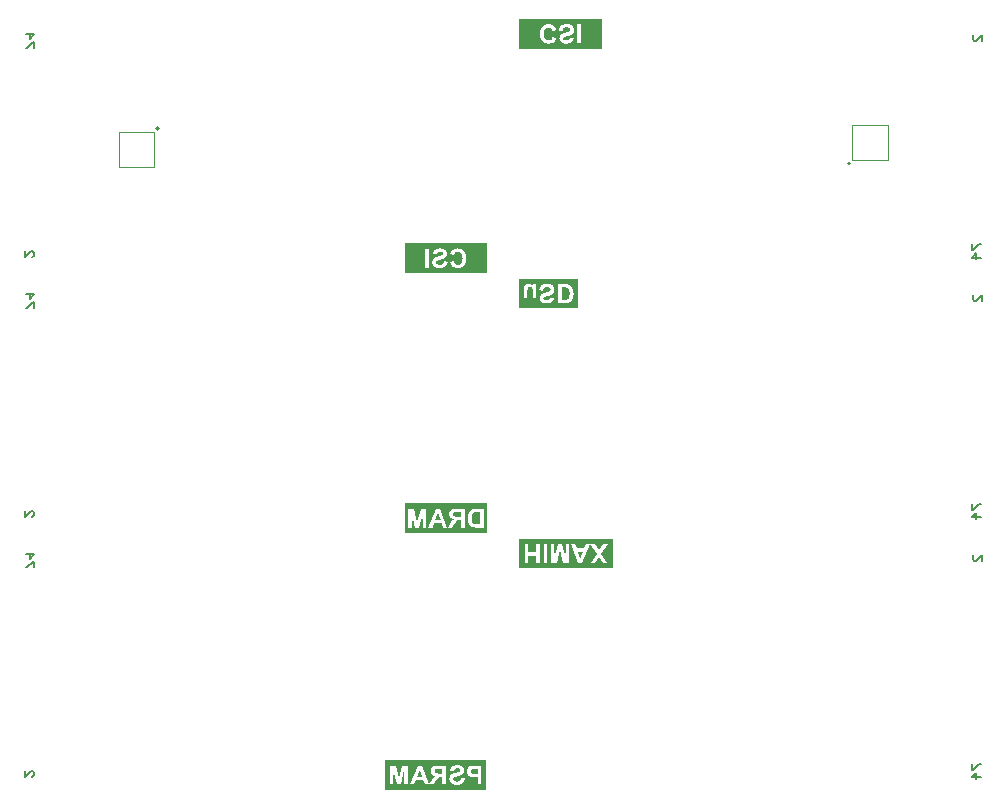
<source format=gbo>
G04*
G04 #@! TF.GenerationSoftware,Altium Limited,Altium Designer,21.1.1 (26)*
G04*
G04 Layer_Color=32896*
%FSLAX44Y44*%
%MOMM*%
G71*
G04*
G04 #@! TF.SameCoordinates,63B2E272-0427-4AAB-BE5C-BBC369205028*
G04*
G04*
G04 #@! TF.FilePolarity,Positive*
G04*
G01*
G75*
%ADD14C,0.2000*%
%ADD27C,0.1500*%
%ADD52C,0.1000*%
G36*
X512000Y732500D02*
X442000D01*
Y757500D01*
X512000D01*
Y732500D01*
D02*
G37*
G36*
X415000Y542500D02*
X345000D01*
Y567500D01*
X415000D01*
Y542500D01*
D02*
G37*
G36*
X492000Y512500D02*
X442000D01*
Y537500D01*
X492000D01*
Y512500D01*
D02*
G37*
G36*
X415000Y322500D02*
X345000D01*
Y347500D01*
X415000D01*
Y322500D01*
D02*
G37*
G36*
X521793Y292500D02*
X441793D01*
Y317500D01*
X521793D01*
Y292500D01*
D02*
G37*
G36*
X413759Y105000D02*
X328759D01*
Y130000D01*
X413759D01*
Y105000D01*
D02*
G37*
%LPC*%
G36*
X466876Y753284D02*
X466738D01*
X466576Y753261D01*
X466344Y753238D01*
X466090Y753214D01*
X465766Y753168D01*
X465419Y753099D01*
X465025Y753006D01*
X464632Y752890D01*
X464216Y752752D01*
X463776Y752567D01*
X463336Y752358D01*
X462896Y752127D01*
X462457Y751826D01*
X462040Y751502D01*
X461647Y751109D01*
X461624Y751086D01*
X461554Y751016D01*
X461462Y750877D01*
X461323Y750715D01*
X461184Y750484D01*
X460999Y750229D01*
X460814Y749906D01*
X460629Y749535D01*
X460444Y749142D01*
X460259Y748702D01*
X460074Y748193D01*
X459935Y747661D01*
X459796Y747106D01*
X459703Y746481D01*
X459634Y745833D01*
X459611Y745139D01*
Y744954D01*
X459634Y744745D01*
Y744468D01*
X459680Y744144D01*
X459726Y743751D01*
X459773Y743334D01*
X459865Y742848D01*
X459981Y742362D01*
X460120Y741853D01*
X460282Y741344D01*
X460490Y740812D01*
X460721Y740303D01*
X460999Y739817D01*
X461300Y739354D01*
X461670Y738914D01*
X461693Y738891D01*
X461763Y738822D01*
X461878Y738706D01*
X462040Y738567D01*
X462249Y738405D01*
X462503Y738220D01*
X462781Y738012D01*
X463128Y737804D01*
X463498Y737595D01*
X463891Y737387D01*
X464354Y737202D01*
X464817Y737040D01*
X465349Y736901D01*
X465882Y736786D01*
X466483Y736716D01*
X467085Y736693D01*
X467362D01*
X467571Y736716D01*
X467825Y736739D01*
X468103Y736786D01*
X468427Y736832D01*
X468774Y736901D01*
X469144Y736994D01*
X469538Y737110D01*
X469931Y737248D01*
X470347Y737433D01*
X470741Y737618D01*
X471111Y737850D01*
X471504Y738128D01*
X471852Y738428D01*
X471875D01*
X471898Y738475D01*
X471967Y738544D01*
X472037Y738614D01*
X472129Y738729D01*
X472222Y738868D01*
X472476Y739192D01*
X472731Y739609D01*
X473008Y740118D01*
X473263Y740696D01*
X473494Y741367D01*
X470301Y742131D01*
Y742108D01*
X470278Y742084D01*
Y742015D01*
X470232Y741923D01*
X470162Y741714D01*
X470047Y741436D01*
X469885Y741113D01*
X469676Y740789D01*
X469399Y740465D01*
X469098Y740187D01*
X469052Y740164D01*
X468936Y740071D01*
X468751Y739956D01*
X468496Y739817D01*
X468172Y739678D01*
X467802Y739562D01*
X467386Y739470D01*
X466923Y739447D01*
X466761D01*
X466622Y739470D01*
X466483Y739493D01*
X466298Y739516D01*
X465905Y739609D01*
X465442Y739771D01*
X464956Y740002D01*
X464701Y740141D01*
X464470Y740303D01*
X464239Y740511D01*
X464030Y740742D01*
Y740766D01*
X463984Y740812D01*
X463938Y740881D01*
X463868Y740997D01*
X463776Y741136D01*
X463683Y741298D01*
X463591Y741506D01*
X463498Y741737D01*
X463382Y742015D01*
X463290Y742316D01*
X463197Y742663D01*
X463105Y743033D01*
X463035Y743450D01*
X462989Y743889D01*
X462966Y744375D01*
X462943Y744908D01*
Y744931D01*
Y745046D01*
Y745208D01*
X462966Y745393D01*
Y745648D01*
X463012Y745949D01*
X463035Y746249D01*
X463082Y746597D01*
X463220Y747314D01*
X463406Y748031D01*
X463521Y748378D01*
X463683Y748702D01*
X463845Y749003D01*
X464030Y749258D01*
X464053Y749281D01*
X464077Y749304D01*
X464146Y749373D01*
X464239Y749466D01*
X464470Y749651D01*
X464794Y749882D01*
X465187Y750137D01*
X465673Y750322D01*
X466229Y750484D01*
X466529Y750507D01*
X466853Y750530D01*
X466969D01*
X467062Y750507D01*
X467316Y750484D01*
X467617Y750438D01*
X467941Y750322D01*
X468311Y750183D01*
X468681Y749998D01*
X469052Y749720D01*
X469098Y749674D01*
X469214Y749558D01*
X469376Y749373D01*
X469561Y749096D01*
X469792Y748726D01*
X470000Y748286D01*
X470209Y747754D01*
X470394Y747129D01*
X473541Y748101D01*
Y748124D01*
X473517Y748216D01*
X473471Y748355D01*
X473402Y748540D01*
X473309Y748749D01*
X473217Y749003D01*
X473101Y749281D01*
X472962Y749582D01*
X472638Y750206D01*
X472222Y750854D01*
X471713Y751479D01*
X471435Y751757D01*
X471134Y752011D01*
X471111Y752034D01*
X471065Y752057D01*
X470972Y752127D01*
X470833Y752219D01*
X470671Y752312D01*
X470463Y752405D01*
X470232Y752520D01*
X469977Y752636D01*
X469676Y752775D01*
X469352Y752890D01*
X469005Y752983D01*
X468635Y753076D01*
X468242Y753168D01*
X467802Y753238D01*
X467362Y753261D01*
X466876Y753284D01*
D02*
G37*
G36*
X494389Y753006D02*
X491150D01*
Y736994D01*
X494389D01*
Y753006D01*
D02*
G37*
G36*
X482079Y753307D02*
X481778D01*
X481570Y753284D01*
X481315Y753261D01*
X481038Y753238D01*
X480714Y753191D01*
X480367Y753122D01*
X479603Y752960D01*
X479210Y752844D01*
X478840Y752729D01*
X478446Y752567D01*
X478076Y752382D01*
X477729Y752173D01*
X477405Y751919D01*
X477382Y751896D01*
X477336Y751849D01*
X477243Y751780D01*
X477150Y751664D01*
X477012Y751502D01*
X476873Y751317D01*
X476711Y751109D01*
X476549Y750877D01*
X476387Y750600D01*
X476225Y750299D01*
X476063Y749952D01*
X475901Y749582D01*
X475785Y749188D01*
X475646Y748749D01*
X475554Y748286D01*
X475484Y747800D01*
X478631Y747499D01*
Y747522D01*
X478655Y747569D01*
Y747661D01*
X478678Y747754D01*
X478770Y748031D01*
X478886Y748378D01*
X479025Y748772D01*
X479233Y749165D01*
X479464Y749512D01*
X479765Y749836D01*
X479811Y749859D01*
X479927Y749952D01*
X480112Y750068D01*
X480390Y750206D01*
X480737Y750345D01*
X481130Y750461D01*
X481593Y750554D01*
X482125Y750577D01*
X482380D01*
X482658Y750530D01*
X483005Y750484D01*
X483375Y750415D01*
X483768Y750299D01*
X484138Y750137D01*
X484463Y749929D01*
X484509Y749906D01*
X484601Y749813D01*
X484717Y749674D01*
X484879Y749489D01*
X485018Y749258D01*
X485157Y748980D01*
X485249Y748702D01*
X485272Y748378D01*
Y748355D01*
Y748286D01*
X485249Y748170D01*
X485226Y748031D01*
X485180Y747892D01*
X485134Y747730D01*
X485041Y747569D01*
X484925Y747406D01*
X484902Y747383D01*
X484856Y747337D01*
X484786Y747268D01*
X484671Y747175D01*
X484509Y747059D01*
X484300Y746944D01*
X484069Y746828D01*
X483768Y746712D01*
X483745D01*
X483653Y746666D01*
X483491Y746620D01*
X483375Y746573D01*
X483236Y746550D01*
X483074Y746504D01*
X482889Y746435D01*
X482681Y746388D01*
X482449Y746319D01*
X482172Y746249D01*
X481871Y746180D01*
X481547Y746088D01*
X481177Y745995D01*
X481153D01*
X481061Y745972D01*
X480922Y745926D01*
X480760Y745879D01*
X480552Y745810D01*
X480297Y745741D01*
X480043Y745648D01*
X479742Y745555D01*
X479140Y745324D01*
X478562Y745046D01*
X478261Y744908D01*
X478007Y744745D01*
X477752Y744584D01*
X477544Y744421D01*
X477521Y744398D01*
X477474Y744352D01*
X477405Y744283D01*
X477312Y744190D01*
X477197Y744051D01*
X477081Y743889D01*
X476942Y743727D01*
X476827Y743519D01*
X476549Y743033D01*
X476317Y742478D01*
X476225Y742177D01*
X476155Y741876D01*
X476109Y741529D01*
X476086Y741182D01*
Y741159D01*
Y741136D01*
Y741066D01*
Y740974D01*
X476132Y740742D01*
X476179Y740442D01*
X476248Y740095D01*
X476364Y739701D01*
X476526Y739285D01*
X476757Y738891D01*
Y738868D01*
X476780Y738845D01*
X476896Y738706D01*
X477035Y738521D01*
X477266Y738290D01*
X477544Y738035D01*
X477891Y737757D01*
X478284Y737503D01*
X478747Y737271D01*
X478770D01*
X478816Y737248D01*
X478886Y737225D01*
X478978Y737179D01*
X479117Y737133D01*
X479256Y737086D01*
X479441Y737040D01*
X479650Y736971D01*
X480112Y736878D01*
X480644Y736786D01*
X481246Y736716D01*
X481917Y736693D01*
X482195D01*
X482403Y736716D01*
X482658Y736739D01*
X482958Y736762D01*
X483259Y736809D01*
X483606Y736855D01*
X484347Y737017D01*
X484717Y737133D01*
X485087Y737248D01*
X485457Y737410D01*
X485804Y737595D01*
X486129Y737804D01*
X486429Y738035D01*
X486452Y738058D01*
X486499Y738104D01*
X486568Y738174D01*
X486661Y738266D01*
X486776Y738405D01*
X486915Y738567D01*
X487054Y738752D01*
X487216Y738961D01*
X487355Y739215D01*
X487494Y739470D01*
X487633Y739771D01*
X487748Y740095D01*
X487864Y740418D01*
X487957Y740789D01*
X488026Y741159D01*
X488049Y741575D01*
X484809Y741691D01*
Y741668D01*
Y741645D01*
X484763Y741483D01*
X484717Y741275D01*
X484624Y741020D01*
X484509Y740719D01*
X484347Y740442D01*
X484138Y740164D01*
X483907Y739932D01*
X483884Y739909D01*
X483791Y739840D01*
X483629Y739747D01*
X483398Y739655D01*
X483120Y739562D01*
X482773Y739470D01*
X482357Y739400D01*
X481871Y739377D01*
X481639D01*
X481385Y739400D01*
X481084Y739447D01*
X480737Y739516D01*
X480367Y739632D01*
X480020Y739771D01*
X479696Y739979D01*
X479673Y740002D01*
X479626Y740048D01*
X479534Y740118D01*
X479441Y740233D01*
X479349Y740372D01*
X479256Y740557D01*
X479210Y740742D01*
X479187Y740974D01*
Y740997D01*
Y741066D01*
X479210Y741182D01*
X479256Y741298D01*
X479302Y741460D01*
X479372Y741622D01*
X479487Y741784D01*
X479650Y741946D01*
X479673Y741969D01*
X479788Y742038D01*
X479858Y742084D01*
X479973Y742131D01*
X480089Y742200D01*
X480251Y742270D01*
X480436Y742339D01*
X480644Y742431D01*
X480899Y742524D01*
X481153Y742617D01*
X481478Y742709D01*
X481825Y742802D01*
X482195Y742894D01*
X482611Y743010D01*
X482634D01*
X482727Y743033D01*
X482843Y743056D01*
X483005Y743103D01*
X483190Y743149D01*
X483421Y743218D01*
X483676Y743288D01*
X483930Y743357D01*
X484486Y743542D01*
X485064Y743727D01*
X485619Y743936D01*
X485851Y744051D01*
X486082Y744167D01*
X486105D01*
X486129Y744190D01*
X486267Y744283D01*
X486476Y744421D01*
X486730Y744607D01*
X487008Y744838D01*
X487309Y745116D01*
X487609Y745440D01*
X487864Y745810D01*
X487887Y745856D01*
X487957Y745995D01*
X488072Y746203D01*
X488188Y746504D01*
X488304Y746874D01*
X488419Y747314D01*
X488489Y747800D01*
X488512Y748355D01*
Y748587D01*
X488489Y748702D01*
X488466Y748864D01*
X488419Y749188D01*
X488327Y749605D01*
X488188Y750044D01*
X487980Y750484D01*
X487725Y750947D01*
Y750970D01*
X487679Y750993D01*
X487586Y751132D01*
X487401Y751363D01*
X487170Y751618D01*
X486869Y751919D01*
X486476Y752196D01*
X486059Y752474D01*
X485550Y752729D01*
X485527D01*
X485481Y752752D01*
X485411Y752775D01*
X485295Y752821D01*
X485157Y752867D01*
X484995Y752914D01*
X484809Y752960D01*
X484601Y753006D01*
X484347Y753076D01*
X484092Y753122D01*
X483491Y753214D01*
X482820Y753284D01*
X482079Y753307D01*
D02*
G37*
G36*
X389915Y563307D02*
X389637D01*
X389429Y563284D01*
X389175Y563261D01*
X388897Y563214D01*
X388573Y563168D01*
X388226Y563099D01*
X387856Y563006D01*
X387462Y562891D01*
X387069Y562752D01*
X386653Y562567D01*
X386259Y562382D01*
X385889Y562150D01*
X385496Y561872D01*
X385149Y561572D01*
X385125D01*
X385102Y561525D01*
X385033Y561456D01*
X384963Y561386D01*
X384871Y561271D01*
X384778Y561132D01*
X384524Y560808D01*
X384269Y560392D01*
X383992Y559882D01*
X383737Y559304D01*
X383506Y558633D01*
X386699Y557869D01*
Y557892D01*
X386722Y557915D01*
Y557985D01*
X386768Y558078D01*
X386838Y558286D01*
X386953Y558563D01*
X387115Y558887D01*
X387324Y559211D01*
X387601Y559535D01*
X387902Y559813D01*
X387948Y559836D01*
X388064Y559929D01*
X388249Y560044D01*
X388504Y560183D01*
X388828Y560322D01*
X389198Y560438D01*
X389614Y560530D01*
X390077Y560553D01*
X390239D01*
X390378Y560530D01*
X390517Y560507D01*
X390702Y560484D01*
X391095Y560392D01*
X391558Y560229D01*
X392044Y559998D01*
X392299Y559859D01*
X392530Y559697D01*
X392761Y559489D01*
X392970Y559258D01*
Y559235D01*
X393016Y559188D01*
X393062Y559119D01*
X393132Y559003D01*
X393224Y558864D01*
X393317Y558702D01*
X393409Y558494D01*
X393502Y558263D01*
X393618Y557985D01*
X393710Y557684D01*
X393803Y557337D01*
X393895Y556967D01*
X393965Y556550D01*
X394011Y556111D01*
X394034Y555625D01*
X394057Y555093D01*
Y555069D01*
Y554954D01*
Y554792D01*
X394034Y554607D01*
Y554352D01*
X393988Y554051D01*
X393965Y553750D01*
X393918Y553403D01*
X393779Y552686D01*
X393594Y551969D01*
X393479Y551622D01*
X393317Y551298D01*
X393155Y550997D01*
X392970Y550742D01*
X392947Y550719D01*
X392923Y550696D01*
X392854Y550627D01*
X392761Y550534D01*
X392530Y550349D01*
X392206Y550118D01*
X391813Y549863D01*
X391327Y549678D01*
X390771Y549516D01*
X390471Y549493D01*
X390147Y549470D01*
X390031D01*
X389938Y549493D01*
X389684Y549516D01*
X389383Y549562D01*
X389059Y549678D01*
X388689Y549817D01*
X388319Y550002D01*
X387948Y550280D01*
X387902Y550326D01*
X387786Y550442D01*
X387624Y550627D01*
X387439Y550904D01*
X387208Y551274D01*
X387000Y551714D01*
X386791Y552246D01*
X386606Y552871D01*
X383459Y551899D01*
Y551876D01*
X383483Y551784D01*
X383529Y551645D01*
X383598Y551460D01*
X383691Y551251D01*
X383783Y550997D01*
X383899Y550719D01*
X384038Y550418D01*
X384362Y549794D01*
X384778Y549146D01*
X385287Y548521D01*
X385565Y548243D01*
X385866Y547989D01*
X385889Y547966D01*
X385935Y547943D01*
X386028Y547873D01*
X386167Y547780D01*
X386329Y547688D01*
X386537Y547595D01*
X386768Y547480D01*
X387023Y547364D01*
X387324Y547225D01*
X387648Y547109D01*
X387995Y547017D01*
X388365Y546924D01*
X388758Y546832D01*
X389198Y546762D01*
X389637Y546739D01*
X390123Y546716D01*
X390262D01*
X390424Y546739D01*
X390656Y546762D01*
X390910Y546786D01*
X391234Y546832D01*
X391581Y546901D01*
X391975Y546994D01*
X392368Y547109D01*
X392785Y547248D01*
X393224Y547433D01*
X393664Y547642D01*
X394104Y547873D01*
X394543Y548174D01*
X394960Y548498D01*
X395353Y548891D01*
X395376Y548914D01*
X395446Y548984D01*
X395538Y549123D01*
X395677Y549285D01*
X395816Y549516D01*
X396001Y549771D01*
X396186Y550094D01*
X396371Y550465D01*
X396556Y550858D01*
X396741Y551298D01*
X396926Y551807D01*
X397065Y552339D01*
X397204Y552894D01*
X397297Y553519D01*
X397366Y554167D01*
X397389Y554861D01*
Y555046D01*
X397366Y555255D01*
Y555532D01*
X397320Y555856D01*
X397274Y556250D01*
X397227Y556666D01*
X397135Y557152D01*
X397019Y557638D01*
X396880Y558147D01*
X396718Y558656D01*
X396510Y559188D01*
X396279Y559697D01*
X396001Y560183D01*
X395700Y560646D01*
X395330Y561086D01*
X395307Y561109D01*
X395237Y561178D01*
X395122Y561294D01*
X394960Y561433D01*
X394751Y561595D01*
X394497Y561780D01*
X394219Y561988D01*
X393872Y562196D01*
X393502Y562405D01*
X393108Y562613D01*
X392646Y562798D01*
X392183Y562960D01*
X391651Y563099D01*
X391119Y563214D01*
X390517Y563284D01*
X389915Y563307D01*
D02*
G37*
G36*
X365850Y563006D02*
X362611D01*
Y546994D01*
X365850D01*
Y563006D01*
D02*
G37*
G36*
X375083Y563307D02*
X374805D01*
X374597Y563284D01*
X374342Y563261D01*
X374042Y563238D01*
X373741Y563191D01*
X373394Y563145D01*
X372653Y562983D01*
X372283Y562867D01*
X371913Y562752D01*
X371543Y562590D01*
X371195Y562405D01*
X370872Y562196D01*
X370571Y561965D01*
X370547Y561942D01*
X370501Y561895D01*
X370432Y561826D01*
X370339Y561734D01*
X370224Y561595D01*
X370085Y561433D01*
X369946Y561248D01*
X369784Y561039D01*
X369645Y560785D01*
X369506Y560530D01*
X369367Y560229D01*
X369252Y559906D01*
X369136Y559582D01*
X369044Y559211D01*
X368974Y558841D01*
X368951Y558425D01*
X372190Y558309D01*
Y558332D01*
Y558355D01*
X372237Y558517D01*
X372283Y558725D01*
X372376Y558980D01*
X372491Y559281D01*
X372653Y559558D01*
X372862Y559836D01*
X373093Y560067D01*
X373116Y560091D01*
X373209Y560160D01*
X373371Y560253D01*
X373602Y560345D01*
X373880Y560438D01*
X374227Y560530D01*
X374643Y560600D01*
X375129Y560623D01*
X375360D01*
X375615Y560600D01*
X375916Y560553D01*
X376263Y560484D01*
X376633Y560368D01*
X376980Y560229D01*
X377304Y560021D01*
X377327Y559998D01*
X377374Y559952D01*
X377466Y559882D01*
X377559Y559767D01*
X377651Y559628D01*
X377744Y559443D01*
X377790Y559258D01*
X377813Y559026D01*
Y559003D01*
Y558934D01*
X377790Y558818D01*
X377744Y558702D01*
X377698Y558540D01*
X377628Y558378D01*
X377513Y558216D01*
X377351Y558054D01*
X377327Y558031D01*
X377212Y557962D01*
X377142Y557915D01*
X377027Y557869D01*
X376911Y557800D01*
X376749Y557730D01*
X376564Y557661D01*
X376356Y557569D01*
X376101Y557476D01*
X375846Y557383D01*
X375522Y557291D01*
X375175Y557198D01*
X374805Y557106D01*
X374389Y556990D01*
X374366D01*
X374273Y556967D01*
X374157Y556944D01*
X373995Y556897D01*
X373810Y556851D01*
X373579Y556782D01*
X373324Y556712D01*
X373070Y556643D01*
X372514Y556458D01*
X371936Y556273D01*
X371381Y556064D01*
X371149Y555949D01*
X370918Y555833D01*
X370895D01*
X370872Y555810D01*
X370733Y555717D01*
X370524Y555578D01*
X370270Y555393D01*
X369992Y555162D01*
X369691Y554884D01*
X369391Y554560D01*
X369136Y554190D01*
X369113Y554144D01*
X369044Y554005D01*
X368928Y553797D01*
X368812Y553496D01*
X368696Y553126D01*
X368581Y552686D01*
X368511Y552200D01*
X368488Y551645D01*
Y551413D01*
X368511Y551298D01*
X368534Y551136D01*
X368581Y550812D01*
X368673Y550395D01*
X368812Y549956D01*
X369020Y549516D01*
X369275Y549053D01*
Y549030D01*
X369321Y549007D01*
X369414Y548868D01*
X369599Y548637D01*
X369830Y548382D01*
X370131Y548081D01*
X370524Y547804D01*
X370941Y547526D01*
X371450Y547271D01*
X371473D01*
X371519Y547248D01*
X371589Y547225D01*
X371704Y547179D01*
X371843Y547133D01*
X372005Y547086D01*
X372190Y547040D01*
X372399Y546994D01*
X372653Y546924D01*
X372908Y546878D01*
X373509Y546786D01*
X374180Y546716D01*
X374921Y546693D01*
X375222D01*
X375430Y546716D01*
X375685Y546739D01*
X375962Y546762D01*
X376286Y546809D01*
X376633Y546878D01*
X377397Y547040D01*
X377790Y547156D01*
X378160Y547271D01*
X378554Y547433D01*
X378924Y547618D01*
X379271Y547827D01*
X379595Y548081D01*
X379618Y548104D01*
X379664Y548151D01*
X379757Y548220D01*
X379850Y548336D01*
X379988Y548498D01*
X380127Y548683D01*
X380289Y548891D01*
X380451Y549123D01*
X380613Y549400D01*
X380775Y549701D01*
X380937Y550048D01*
X381099Y550418D01*
X381215Y550812D01*
X381354Y551251D01*
X381446Y551714D01*
X381516Y552200D01*
X378369Y552501D01*
Y552478D01*
X378345Y552431D01*
Y552339D01*
X378322Y552246D01*
X378230Y551969D01*
X378114Y551622D01*
X377975Y551228D01*
X377767Y550835D01*
X377536Y550488D01*
X377235Y550164D01*
X377189Y550141D01*
X377073Y550048D01*
X376888Y549933D01*
X376610Y549794D01*
X376263Y549655D01*
X375870Y549539D01*
X375407Y549446D01*
X374875Y549423D01*
X374620D01*
X374342Y549470D01*
X373995Y549516D01*
X373625Y549585D01*
X373232Y549701D01*
X372862Y549863D01*
X372537Y550071D01*
X372491Y550094D01*
X372399Y550187D01*
X372283Y550326D01*
X372121Y550511D01*
X371982Y550742D01*
X371843Y551020D01*
X371751Y551298D01*
X371728Y551622D01*
Y551645D01*
Y551714D01*
X371751Y551830D01*
X371774Y551969D01*
X371820Y552108D01*
X371866Y552270D01*
X371959Y552431D01*
X372075Y552593D01*
X372098Y552617D01*
X372144Y552663D01*
X372214Y552732D01*
X372329Y552825D01*
X372491Y552941D01*
X372700Y553056D01*
X372931Y553172D01*
X373232Y553288D01*
X373255D01*
X373347Y553334D01*
X373509Y553380D01*
X373625Y553427D01*
X373764Y553450D01*
X373926Y553496D01*
X374111Y553565D01*
X374319Y553612D01*
X374551Y553681D01*
X374828Y553750D01*
X375129Y553820D01*
X375453Y553912D01*
X375823Y554005D01*
X375846D01*
X375939Y554028D01*
X376078Y554074D01*
X376240Y554121D01*
X376448Y554190D01*
X376703Y554259D01*
X376957Y554352D01*
X377258Y554445D01*
X377860Y554676D01*
X378438Y554954D01*
X378739Y555093D01*
X378993Y555255D01*
X379248Y555416D01*
X379456Y555578D01*
X379479Y555602D01*
X379526Y555648D01*
X379595Y555717D01*
X379688Y555810D01*
X379803Y555949D01*
X379919Y556111D01*
X380058Y556273D01*
X380173Y556481D01*
X380451Y556967D01*
X380683Y557522D01*
X380775Y557823D01*
X380845Y558124D01*
X380891Y558471D01*
X380914Y558818D01*
Y558841D01*
Y558864D01*
Y558934D01*
Y559026D01*
X380868Y559258D01*
X380821Y559558D01*
X380752Y559906D01*
X380636Y560299D01*
X380474Y560715D01*
X380243Y561109D01*
Y561132D01*
X380220Y561155D01*
X380104Y561294D01*
X379965Y561479D01*
X379734Y561710D01*
X379456Y561965D01*
X379109Y562243D01*
X378716Y562497D01*
X378253Y562729D01*
X378230D01*
X378184Y562752D01*
X378114Y562775D01*
X378022Y562821D01*
X377883Y562867D01*
X377744Y562914D01*
X377559Y562960D01*
X377351Y563029D01*
X376888Y563122D01*
X376356Y563214D01*
X375754Y563284D01*
X375083Y563307D01*
D02*
G37*
G36*
X449819Y533261D02*
X449611D01*
X449403Y533238D01*
X449125Y533191D01*
X448778Y533145D01*
X448431Y533052D01*
X448060Y532914D01*
X447713Y532752D01*
X447667Y532729D01*
X447575Y532659D01*
X447389Y532543D01*
X447204Y532382D01*
X446973Y532173D01*
X446765Y531942D01*
X446556Y531641D01*
X446371Y531317D01*
X446348Y531271D01*
X446302Y531155D01*
X446232Y530947D01*
X446163Y530646D01*
X446093Y530276D01*
X446024Y529836D01*
X445978Y529327D01*
X445955Y528749D01*
Y521390D01*
X449032D01*
Y526735D01*
Y526759D01*
Y526851D01*
Y526967D01*
Y527129D01*
Y527314D01*
Y527522D01*
X449055Y528008D01*
X449078Y528540D01*
X449102Y529026D01*
X449125Y529235D01*
X449148Y529443D01*
X449171Y529605D01*
X449194Y529720D01*
Y529744D01*
X449217Y529813D01*
X449264Y529906D01*
X449333Y530044D01*
X449403Y530183D01*
X449518Y530322D01*
X449634Y530461D01*
X449796Y530600D01*
X449819Y530623D01*
X449888Y530646D01*
X449981Y530692D01*
X450120Y530739D01*
X450282Y530808D01*
X450490Y530854D01*
X450698Y530877D01*
X450953Y530901D01*
X451092D01*
X451231Y530877D01*
X451416Y530854D01*
X451647Y530808D01*
X451878Y530715D01*
X452133Y530623D01*
X452364Y530484D01*
X452388Y530461D01*
X452457Y530415D01*
X452573Y530322D01*
X452711Y530183D01*
X452850Y530021D01*
X452989Y529859D01*
X453128Y529651D01*
X453220Y529420D01*
Y529397D01*
X453267Y529281D01*
Y529188D01*
X453290Y529073D01*
X453313Y528957D01*
X453336Y528795D01*
X453359Y528587D01*
X453382Y528378D01*
X453406Y528124D01*
Y527823D01*
X453429Y527499D01*
X453452Y527129D01*
Y526735D01*
Y526296D01*
Y521390D01*
X456529D01*
Y533006D01*
X453683D01*
Y531271D01*
X453660Y531317D01*
X453568Y531433D01*
X453429Y531595D01*
X453220Y531803D01*
X452989Y532057D01*
X452688Y532289D01*
X452364Y532543D01*
X451994Y532752D01*
X451948Y532775D01*
X451809Y532821D01*
X451601Y532914D01*
X451323Y533006D01*
X450999Y533099D01*
X450629Y533191D01*
X450235Y533238D01*
X449819Y533261D01*
D02*
G37*
G36*
X480710Y533006D02*
X474648D01*
Y516994D01*
X481034D01*
X481219Y517017D01*
X481659Y517040D01*
X482145Y517063D01*
X482654Y517133D01*
X483140Y517202D01*
X483579Y517318D01*
X483602D01*
X483649Y517341D01*
X483718Y517364D01*
X483811Y517387D01*
X484088Y517503D01*
X484412Y517665D01*
X484783Y517873D01*
X485199Y518128D01*
X485592Y518428D01*
X485986Y518799D01*
X486009D01*
X486032Y518845D01*
X486148Y518984D01*
X486333Y519215D01*
X486541Y519516D01*
X486796Y519886D01*
X487050Y520326D01*
X487305Y520835D01*
X487513Y521390D01*
Y521413D01*
X487536Y521460D01*
X487559Y521552D01*
X487606Y521668D01*
X487629Y521807D01*
X487675Y521992D01*
X487721Y522200D01*
X487791Y522431D01*
X487837Y522686D01*
X487883Y522987D01*
X487930Y523288D01*
X487953Y523635D01*
X488022Y524352D01*
X488045Y525162D01*
Y525486D01*
X488022Y525671D01*
Y525856D01*
X487999Y526088D01*
X487976Y526342D01*
X487930Y526874D01*
X487837Y527430D01*
X487698Y528008D01*
X487536Y528563D01*
Y528587D01*
X487513Y528633D01*
X487467Y528726D01*
X487421Y528864D01*
X487374Y529003D01*
X487282Y529165D01*
X487097Y529582D01*
X486865Y530021D01*
X486564Y530507D01*
X486217Y530970D01*
X485824Y531410D01*
X485778Y531456D01*
X485662Y531549D01*
X485477Y531687D01*
X485222Y531872D01*
X484898Y532081D01*
X484528Y532289D01*
X484065Y532497D01*
X483556Y532682D01*
X483533D01*
X483510Y532705D01*
X483441D01*
X483371Y532729D01*
X483117Y532775D01*
X482793Y532844D01*
X482399Y532914D01*
X481913Y532960D01*
X481335Y532983D01*
X480710Y533006D01*
D02*
G37*
G36*
X465461Y533307D02*
X465160D01*
X464952Y533284D01*
X464698Y533261D01*
X464420Y533238D01*
X464096Y533191D01*
X463749Y533122D01*
X462985Y532960D01*
X462592Y532844D01*
X462222Y532729D01*
X461828Y532567D01*
X461458Y532382D01*
X461111Y532173D01*
X460787Y531919D01*
X460764Y531896D01*
X460718Y531849D01*
X460625Y531780D01*
X460532Y531664D01*
X460394Y531502D01*
X460255Y531317D01*
X460093Y531109D01*
X459931Y530877D01*
X459769Y530600D01*
X459607Y530299D01*
X459445Y529952D01*
X459283Y529582D01*
X459167Y529188D01*
X459029Y528749D01*
X458936Y528286D01*
X458867Y527800D01*
X462014Y527499D01*
Y527522D01*
X462037Y527569D01*
Y527661D01*
X462060Y527754D01*
X462152Y528031D01*
X462268Y528378D01*
X462407Y528772D01*
X462615Y529165D01*
X462846Y529512D01*
X463147Y529836D01*
X463194Y529859D01*
X463309Y529952D01*
X463494Y530067D01*
X463772Y530206D01*
X464119Y530345D01*
X464512Y530461D01*
X464975Y530554D01*
X465508Y530577D01*
X465762D01*
X466040Y530530D01*
X466387Y530484D01*
X466757Y530415D01*
X467150Y530299D01*
X467521Y530137D01*
X467845Y529929D01*
X467891Y529906D01*
X467983Y529813D01*
X468099Y529674D01*
X468261Y529489D01*
X468400Y529258D01*
X468539Y528980D01*
X468631Y528702D01*
X468655Y528378D01*
Y528355D01*
Y528286D01*
X468631Y528170D01*
X468608Y528031D01*
X468562Y527892D01*
X468516Y527730D01*
X468423Y527569D01*
X468307Y527407D01*
X468284Y527383D01*
X468238Y527337D01*
X468168Y527268D01*
X468053Y527175D01*
X467891Y527059D01*
X467683Y526944D01*
X467451Y526828D01*
X467150Y526712D01*
X467127D01*
X467035Y526666D01*
X466873Y526620D01*
X466757Y526573D01*
X466618Y526550D01*
X466456Y526504D01*
X466271Y526435D01*
X466063Y526388D01*
X465831Y526319D01*
X465554Y526250D01*
X465253Y526180D01*
X464929Y526088D01*
X464559Y525995D01*
X464536D01*
X464443Y525972D01*
X464304Y525926D01*
X464142Y525879D01*
X463934Y525810D01*
X463680Y525741D01*
X463425Y525648D01*
X463124Y525555D01*
X462523Y525324D01*
X461944Y525046D01*
X461643Y524907D01*
X461389Y524745D01*
X461134Y524584D01*
X460926Y524422D01*
X460903Y524398D01*
X460857Y524352D01*
X460787Y524283D01*
X460695Y524190D01*
X460579Y524051D01*
X460463Y523889D01*
X460324Y523727D01*
X460209Y523519D01*
X459931Y523033D01*
X459700Y522478D01*
X459607Y522177D01*
X459538Y521876D01*
X459491Y521529D01*
X459468Y521182D01*
Y521159D01*
Y521136D01*
Y521066D01*
Y520974D01*
X459514Y520742D01*
X459561Y520442D01*
X459630Y520094D01*
X459746Y519701D01*
X459908Y519285D01*
X460139Y518891D01*
Y518868D01*
X460162Y518845D01*
X460278Y518706D01*
X460417Y518521D01*
X460648Y518290D01*
X460926Y518035D01*
X461273Y517757D01*
X461666Y517503D01*
X462129Y517271D01*
X462152D01*
X462199Y517248D01*
X462268Y517225D01*
X462360Y517179D01*
X462499Y517133D01*
X462638Y517086D01*
X462823Y517040D01*
X463032Y516971D01*
X463494Y516878D01*
X464027Y516786D01*
X464628Y516716D01*
X465299Y516693D01*
X465577D01*
X465785Y516716D01*
X466040Y516739D01*
X466340Y516762D01*
X466641Y516809D01*
X466988Y516855D01*
X467729Y517017D01*
X468099Y517133D01*
X468469Y517248D01*
X468840Y517410D01*
X469187Y517595D01*
X469511Y517804D01*
X469811Y518035D01*
X469835Y518058D01*
X469881Y518105D01*
X469950Y518174D01*
X470043Y518266D01*
X470159Y518405D01*
X470297Y518567D01*
X470436Y518752D01*
X470598Y518961D01*
X470737Y519215D01*
X470876Y519470D01*
X471015Y519771D01*
X471130Y520094D01*
X471246Y520418D01*
X471339Y520789D01*
X471408Y521159D01*
X471431Y521575D01*
X468192Y521691D01*
Y521668D01*
Y521645D01*
X468145Y521483D01*
X468099Y521275D01*
X468007Y521020D01*
X467891Y520719D01*
X467729Y520442D01*
X467521Y520164D01*
X467289Y519933D01*
X467266Y519909D01*
X467174Y519840D01*
X467012Y519747D01*
X466780Y519655D01*
X466502Y519562D01*
X466155Y519470D01*
X465739Y519400D01*
X465253Y519377D01*
X465022D01*
X464767Y519400D01*
X464466Y519447D01*
X464119Y519516D01*
X463749Y519632D01*
X463402Y519771D01*
X463078Y519979D01*
X463055Y520002D01*
X463008Y520048D01*
X462916Y520118D01*
X462823Y520233D01*
X462731Y520372D01*
X462638Y520557D01*
X462592Y520742D01*
X462569Y520974D01*
Y520997D01*
Y521066D01*
X462592Y521182D01*
X462638Y521298D01*
X462685Y521460D01*
X462754Y521622D01*
X462870Y521784D01*
X463032Y521946D01*
X463055Y521969D01*
X463170Y522038D01*
X463240Y522085D01*
X463355Y522131D01*
X463471Y522200D01*
X463633Y522270D01*
X463818Y522339D01*
X464027Y522431D01*
X464281Y522524D01*
X464536Y522617D01*
X464860Y522709D01*
X465207Y522802D01*
X465577Y522894D01*
X465993Y523010D01*
X466017D01*
X466109Y523033D01*
X466225Y523056D01*
X466387Y523103D01*
X466572Y523149D01*
X466803Y523218D01*
X467058Y523288D01*
X467312Y523357D01*
X467868Y523542D01*
X468446Y523727D01*
X469002Y523936D01*
X469233Y524051D01*
X469464Y524167D01*
X469487D01*
X469511Y524190D01*
X469650Y524283D01*
X469858Y524422D01*
X470112Y524607D01*
X470390Y524838D01*
X470691Y525116D01*
X470992Y525440D01*
X471246Y525810D01*
X471269Y525856D01*
X471339Y525995D01*
X471454Y526203D01*
X471570Y526504D01*
X471686Y526874D01*
X471801Y527314D01*
X471871Y527800D01*
X471894Y528355D01*
Y528587D01*
X471871Y528702D01*
X471848Y528864D01*
X471801Y529188D01*
X471709Y529605D01*
X471570Y530044D01*
X471362Y530484D01*
X471107Y530947D01*
Y530970D01*
X471061Y530993D01*
X470968Y531132D01*
X470783Y531363D01*
X470552Y531618D01*
X470251Y531919D01*
X469858Y532196D01*
X469441Y532474D01*
X468932Y532729D01*
X468909D01*
X468863Y532752D01*
X468793Y532775D01*
X468678Y532821D01*
X468539Y532867D01*
X468377Y532914D01*
X468192Y532960D01*
X467983Y533006D01*
X467729Y533076D01*
X467474Y533122D01*
X466873Y533214D01*
X466202Y533284D01*
X465461Y533307D01*
D02*
G37*
%LPD*%
G36*
X481034Y530276D02*
X481358D01*
X481682Y530229D01*
X481983Y530206D01*
X482237Y530160D01*
X482284D01*
X482376Y530114D01*
X482515Y530067D01*
X482700Y529998D01*
X482908Y529906D01*
X483117Y529790D01*
X483325Y529651D01*
X483533Y529489D01*
X483556Y529466D01*
X483626Y529397D01*
X483718Y529281D01*
X483834Y529119D01*
X483950Y528911D01*
X484112Y528656D01*
X484227Y528332D01*
X484366Y527962D01*
Y527939D01*
X484389Y527916D01*
Y527846D01*
X484412Y527754D01*
X484459Y527661D01*
X484482Y527522D01*
X484551Y527175D01*
X484598Y526759D01*
X484667Y526273D01*
X484690Y525671D01*
X484713Y525023D01*
Y525000D01*
Y524931D01*
Y524838D01*
Y524722D01*
Y524560D01*
X484690Y524375D01*
X484667Y523982D01*
X484621Y523519D01*
X484574Y523033D01*
X484482Y522593D01*
X484366Y522177D01*
Y522154D01*
X484343Y522131D01*
X484297Y522015D01*
X484227Y521830D01*
X484135Y521599D01*
X483996Y521367D01*
X483834Y521113D01*
X483649Y520858D01*
X483441Y520627D01*
X483417Y520603D01*
X483348Y520534D01*
X483209Y520442D01*
X483047Y520326D01*
X482816Y520187D01*
X482561Y520071D01*
X482284Y519956D01*
X481960Y519863D01*
X481936D01*
X481821Y519840D01*
X481636Y519817D01*
X481381Y519771D01*
X481219D01*
X481011Y519747D01*
X480803D01*
X480571Y519724D01*
X480294D01*
X479993Y519701D01*
X477887D01*
Y530299D01*
X480733D01*
X481034Y530276D01*
D02*
G37*
%LPC*%
G36*
X363502Y343006D02*
X358666D01*
X355796Y332061D01*
X352950Y343006D01*
X348091D01*
Y326994D01*
X351076D01*
X351099Y339582D01*
X354246Y326994D01*
X357370D01*
X360517Y339582D01*
Y326994D01*
X363502D01*
Y343006D01*
D02*
G37*
G36*
X411909D02*
X405523D01*
X405338Y342983D01*
X404898Y342960D01*
X404412Y342937D01*
X403903Y342867D01*
X403417Y342798D01*
X402977Y342682D01*
X402954D01*
X402908Y342659D01*
X402839Y342636D01*
X402746Y342613D01*
X402468Y342497D01*
X402144Y342335D01*
X401774Y342127D01*
X401358Y341872D01*
X400964Y341572D01*
X400571Y341201D01*
X400548D01*
X400525Y341155D01*
X400409Y341016D01*
X400224Y340785D01*
X400016Y340484D01*
X399761Y340114D01*
X399506Y339674D01*
X399252Y339165D01*
X399044Y338610D01*
Y338587D01*
X399021Y338540D01*
X398997Y338448D01*
X398951Y338332D01*
X398928Y338193D01*
X398882Y338008D01*
X398835Y337800D01*
X398766Y337569D01*
X398720Y337314D01*
X398674Y337013D01*
X398627Y336712D01*
X398604Y336365D01*
X398535Y335648D01*
X398512Y334838D01*
Y334514D01*
X398535Y334329D01*
Y334144D01*
X398558Y333913D01*
X398581Y333658D01*
X398627Y333126D01*
X398720Y332570D01*
X398859Y331992D01*
X399021Y331437D01*
Y331413D01*
X399044Y331367D01*
X399090Y331275D01*
X399136Y331136D01*
X399183Y330997D01*
X399275Y330835D01*
X399460Y330418D01*
X399692Y329979D01*
X399992Y329493D01*
X400340Y329030D01*
X400733Y328590D01*
X400779Y328544D01*
X400895Y328452D01*
X401080Y328313D01*
X401334Y328128D01*
X401659Y327919D01*
X402029Y327711D01*
X402491Y327503D01*
X403001Y327318D01*
X403024D01*
X403047Y327295D01*
X403116D01*
X403186Y327271D01*
X403440Y327225D01*
X403764Y327156D01*
X404157Y327086D01*
X404644Y327040D01*
X405222Y327017D01*
X405847Y326994D01*
X411909D01*
Y343006D01*
D02*
G37*
G36*
X395758D02*
X388538D01*
X388330Y342983D01*
X388076D01*
X387821Y342960D01*
X387520D01*
X386919Y342891D01*
X386294Y342821D01*
X385715Y342705D01*
X385461Y342636D01*
X385229Y342567D01*
X385206D01*
X385183Y342543D01*
X385044Y342474D01*
X384836Y342358D01*
X384558Y342220D01*
X384258Y341988D01*
X383957Y341734D01*
X383656Y341410D01*
X383378Y341016D01*
Y340993D01*
X383355Y340970D01*
X383309Y340901D01*
X383263Y340831D01*
X383147Y340600D01*
X383008Y340299D01*
X382892Y339929D01*
X382777Y339512D01*
X382684Y339026D01*
X382661Y338517D01*
Y338494D01*
Y338448D01*
Y338332D01*
X382684Y338216D01*
Y338054D01*
X382707Y337892D01*
X382800Y337476D01*
X382916Y336990D01*
X383101Y336504D01*
X383378Y335995D01*
X383540Y335764D01*
X383725Y335532D01*
X383749Y335509D01*
X383772Y335486D01*
X383841Y335416D01*
X383934Y335347D01*
X384026Y335255D01*
X384165Y335139D01*
X384327Y335023D01*
X384512Y334907D01*
X384720Y334769D01*
X384975Y334653D01*
X385229Y334537D01*
X385507Y334422D01*
X385831Y334306D01*
X386155Y334213D01*
X386502Y334121D01*
X386895Y334051D01*
X386872D01*
X386849Y334028D01*
X386710Y333936D01*
X386525Y333820D01*
X386294Y333658D01*
X386016Y333450D01*
X385739Y333241D01*
X385438Y332987D01*
X385183Y332709D01*
X385160Y332686D01*
X385044Y332570D01*
X384906Y332385D01*
X384697Y332108D01*
X384420Y331760D01*
X384281Y331529D01*
X384119Y331298D01*
X383934Y331043D01*
X383749Y330765D01*
X383540Y330442D01*
X383332Y330118D01*
X381365Y326994D01*
X385253D01*
X387567Y330465D01*
X387590Y330488D01*
X387613Y330557D01*
X387682Y330650D01*
X387775Y330765D01*
X387867Y330904D01*
X387983Y331090D01*
X388238Y331460D01*
X388538Y331876D01*
X388816Y332246D01*
X389071Y332593D01*
X389186Y332709D01*
X389279Y332825D01*
X389302Y332848D01*
X389348Y332894D01*
X389441Y332987D01*
X389557Y333103D01*
X389719Y333195D01*
X389880Y333311D01*
X390066Y333403D01*
X390251Y333496D01*
X390274D01*
X390343Y333519D01*
X390459Y333565D01*
X390644Y333588D01*
X390876Y333635D01*
X391153Y333658D01*
X391477Y333681D01*
X392518D01*
Y326994D01*
X395758D01*
Y343006D01*
D02*
G37*
G36*
X375048D02*
X371623D01*
X365191Y326994D01*
X368685D01*
X370073Y330627D01*
X376506D01*
X377825Y326994D01*
X381250D01*
X375048Y343006D01*
D02*
G37*
%LPD*%
G36*
X408670Y329701D02*
X405824D01*
X405523Y329724D01*
X405199D01*
X404875Y329771D01*
X404574Y329794D01*
X404319Y329840D01*
X404273D01*
X404181Y329886D01*
X404042Y329933D01*
X403857Y330002D01*
X403648Y330094D01*
X403440Y330210D01*
X403232Y330349D01*
X403024Y330511D01*
X403001Y330534D01*
X402931Y330603D01*
X402839Y330719D01*
X402723Y330881D01*
X402607Y331090D01*
X402445Y331344D01*
X402329Y331668D01*
X402191Y332038D01*
Y332061D01*
X402168Y332085D01*
Y332154D01*
X402144Y332246D01*
X402098Y332339D01*
X402075Y332478D01*
X402006Y332825D01*
X401959Y333241D01*
X401890Y333727D01*
X401867Y334329D01*
X401844Y334977D01*
Y335000D01*
Y335069D01*
Y335162D01*
Y335278D01*
Y335440D01*
X401867Y335625D01*
X401890Y336018D01*
X401936Y336481D01*
X401982Y336967D01*
X402075Y337407D01*
X402191Y337823D01*
Y337846D01*
X402214Y337869D01*
X402260Y337985D01*
X402329Y338170D01*
X402422Y338401D01*
X402561Y338633D01*
X402723Y338887D01*
X402908Y339142D01*
X403116Y339373D01*
X403139Y339397D01*
X403209Y339466D01*
X403348Y339558D01*
X403510Y339674D01*
X403741Y339813D01*
X403996Y339929D01*
X404273Y340044D01*
X404597Y340137D01*
X404620D01*
X404736Y340160D01*
X404921Y340183D01*
X405176Y340229D01*
X405338D01*
X405546Y340253D01*
X405754D01*
X405985Y340276D01*
X406263D01*
X406564Y340299D01*
X408670D01*
Y329701D01*
D02*
G37*
G36*
X392518Y336226D02*
X389371D01*
X388909Y336250D01*
X388423Y336273D01*
X387937Y336296D01*
X387729Y336319D01*
X387543Y336342D01*
X387358Y336388D01*
X387243Y336412D01*
X387220D01*
X387150Y336458D01*
X387034Y336504D01*
X386919Y336573D01*
X386618Y336782D01*
X386479Y336921D01*
X386340Y337083D01*
X386317Y337106D01*
X386294Y337175D01*
X386225Y337268D01*
X386155Y337407D01*
X386109Y337592D01*
X386039Y337800D01*
X386016Y338031D01*
X385993Y338286D01*
Y338332D01*
Y338425D01*
X386016Y338563D01*
X386039Y338749D01*
X386109Y338957D01*
X386178Y339165D01*
X386294Y339397D01*
X386433Y339582D01*
X386456Y339605D01*
X386502Y339674D01*
X386618Y339744D01*
X386757Y339859D01*
X386919Y339975D01*
X387127Y340067D01*
X387382Y340160D01*
X387659Y340229D01*
X387682D01*
X387752Y340253D01*
X387891D01*
X388099Y340276D01*
X388608D01*
X388816Y340299D01*
X392518D01*
Y336226D01*
D02*
G37*
G36*
X375534Y333334D02*
X371115D01*
X373359Y339281D01*
X375534Y333334D01*
D02*
G37*
%LPC*%
G36*
X502029Y313006D02*
X498535D01*
X497146Y309373D01*
X490714D01*
X489395Y313006D01*
X485970D01*
X492171Y296994D01*
X495596D01*
X502029Y313006D01*
D02*
G37*
G36*
X517000Y313006D02*
X513113Y313006D01*
X509572Y307592D01*
X506009Y313006D01*
X502121D01*
X507652Y304676D01*
X502630Y296994D01*
X506402D01*
X509572Y301784D01*
X512742Y296994D01*
X516514Y296994D01*
X511493Y304676D01*
X517000Y313006D01*
D02*
G37*
G36*
X459383Y313006D02*
X456143D01*
Y305995D01*
X449826D01*
Y313006D01*
X446587D01*
Y296994D01*
X449826D01*
Y303288D01*
X456143D01*
Y296994D01*
X459383D01*
Y313006D01*
D02*
G37*
G36*
X484327D02*
X481342D01*
X481319Y300418D01*
X478172Y313006D01*
X475048D01*
X471901Y300418D01*
Y313006D01*
X468916D01*
Y296994D01*
X473753D01*
X476622Y307939D01*
X479468Y296994D01*
X484327D01*
Y313006D01*
D02*
G37*
G36*
X465862D02*
X462622D01*
Y296994D01*
X465862D01*
Y313006D01*
D02*
G37*
%LPD*%
G36*
X493861Y300719D02*
X491685Y306666D01*
X496105D01*
X493861Y300719D01*
D02*
G37*
%LPC*%
G36*
X347911Y125506D02*
X343075D01*
X340205Y114561D01*
X337359Y125506D01*
X332500D01*
Y109494D01*
X335485D01*
X335508Y122082D01*
X338655Y109494D01*
X347911Y109494D01*
Y125506D01*
D02*
G37*
G36*
X410017D02*
X404117D01*
X403862Y125483D01*
X403260D01*
X402612Y125437D01*
X401964Y125391D01*
X401687Y125367D01*
X401409Y125344D01*
X401178Y125298D01*
X400993Y125252D01*
X400970D01*
X400923Y125229D01*
X400854Y125205D01*
X400761Y125182D01*
X400507Y125067D01*
X400183Y124928D01*
X399836Y124719D01*
X399442Y124442D01*
X399072Y124095D01*
X398702Y123678D01*
Y123655D01*
X398656Y123632D01*
X398609Y123562D01*
X398563Y123470D01*
X398470Y123331D01*
X398401Y123192D01*
X398308Y123030D01*
X398216Y122845D01*
X398054Y122382D01*
X397892Y121873D01*
X397799Y121249D01*
X397753Y120578D01*
Y120323D01*
X397776Y120207D01*
Y120045D01*
X397822Y119721D01*
X397892Y119328D01*
X397985Y118888D01*
X398123Y118472D01*
X398308Y118078D01*
X398332Y118032D01*
X398401Y117916D01*
X398517Y117731D01*
X398679Y117500D01*
X398864Y117269D01*
X399118Y116991D01*
X399373Y116736D01*
X399674Y116505D01*
X399720Y116482D01*
X399813Y116412D01*
X399975Y116320D01*
X400183Y116204D01*
X400437Y116065D01*
X400715Y115950D01*
X401016Y115834D01*
X401340Y115741D01*
X401386D01*
X401455Y115718D01*
X401548D01*
X401664Y115695D01*
X401826Y115672D01*
X401988Y115649D01*
X402196D01*
X402404Y115626D01*
X402659Y115603D01*
X402936Y115579D01*
X403237Y115556D01*
X403561D01*
X403908Y115533D01*
X406777D01*
Y109494D01*
X410017D01*
Y125506D01*
D02*
G37*
G36*
X380167D02*
X372948D01*
X372739Y125483D01*
X372485D01*
X372230Y125460D01*
X371930D01*
X371328Y125391D01*
X370703Y125321D01*
X370125Y125205D01*
X369870Y125136D01*
X369639Y125067D01*
X369616D01*
X369593Y125043D01*
X369454Y124974D01*
X369245Y124858D01*
X368968Y124719D01*
X368667Y124488D01*
X368366Y124234D01*
X368065Y123910D01*
X367788Y123516D01*
Y123493D01*
X367765Y123470D01*
X367718Y123401D01*
X367672Y123331D01*
X367556Y123100D01*
X367417Y122799D01*
X367302Y122429D01*
X367186Y122012D01*
X367093Y121526D01*
X367070Y121017D01*
Y120994D01*
Y120948D01*
Y120832D01*
X367093Y120716D01*
Y120554D01*
X367117Y120392D01*
X367209Y119976D01*
X367325Y119490D01*
X367510Y119004D01*
X367788Y118495D01*
X367950Y118264D01*
X368135Y118032D01*
X368158Y118009D01*
X368181Y117986D01*
X368250Y117916D01*
X368343Y117847D01*
X368436Y117755D01*
X368574Y117639D01*
X368736Y117523D01*
X368921Y117408D01*
X369130Y117269D01*
X369384Y117153D01*
X369639Y117037D01*
X369916Y116922D01*
X370240Y116806D01*
X370564Y116713D01*
X370911Y116621D01*
X371305Y116551D01*
X371282D01*
X371259Y116528D01*
X371120Y116436D01*
X370935Y116320D01*
X370703Y116158D01*
X370425Y115950D01*
X370148Y115741D01*
X369847Y115487D01*
X369593Y115209D01*
X369569Y115186D01*
X369454Y115070D01*
X369315Y114885D01*
X369107Y114608D01*
X368829Y114261D01*
X368690Y114029D01*
X368528Y113798D01*
X368343Y113543D01*
X368158Y113265D01*
X367950Y112942D01*
X367741Y112618D01*
X365774Y109494D01*
X369662D01*
X371976Y112965D01*
X371999Y112988D01*
X372022Y113057D01*
X372091Y113150D01*
X372184Y113265D01*
X372277Y113404D01*
X372392Y113589D01*
X372647Y113960D01*
X372948Y114376D01*
X373225Y114746D01*
X373480Y115093D01*
X373596Y115209D01*
X373688Y115325D01*
X373711Y115348D01*
X373758Y115394D01*
X373850Y115487D01*
X373966Y115603D01*
X374128Y115695D01*
X374290Y115811D01*
X374475Y115903D01*
X374660Y115996D01*
X374683D01*
X374753Y116019D01*
X374868Y116065D01*
X375053Y116088D01*
X375285Y116135D01*
X375562Y116158D01*
X375886Y116181D01*
X376928D01*
Y109494D01*
X380167D01*
Y125506D01*
D02*
G37*
G36*
X359457D02*
X356033D01*
X349600Y109494D01*
X353094D01*
X354482Y113127D01*
X360915D01*
X362234Y109494D01*
X365659D01*
X359457Y125506D01*
D02*
G37*
G36*
X338655Y109494D02*
X335534D01*
X338655D01*
D01*
D02*
G37*
G36*
X389515Y125807D02*
X389238D01*
X389030Y125784D01*
X388775Y125761D01*
X388474Y125738D01*
X388173Y125691D01*
X387826Y125645D01*
X387086Y125483D01*
X386716Y125367D01*
X386345Y125252D01*
X385975Y125090D01*
X385628Y124905D01*
X385304Y124696D01*
X385003Y124465D01*
X384980Y124442D01*
X384934Y124396D01*
X384865Y124326D01*
X384772Y124234D01*
X384656Y124095D01*
X384517Y123933D01*
X384379Y123748D01*
X384217Y123539D01*
X384078Y123285D01*
X383939Y123030D01*
X383800Y122730D01*
X383684Y122406D01*
X383569Y122082D01*
X383476Y121711D01*
X383407Y121341D01*
X383384Y120925D01*
X386623Y120809D01*
Y120832D01*
Y120855D01*
X386669Y121017D01*
X386716Y121226D01*
X386808Y121480D01*
X386924Y121781D01*
X387086Y122058D01*
X387294Y122336D01*
X387525Y122568D01*
X387549Y122591D01*
X387641Y122660D01*
X387803Y122753D01*
X388035Y122845D01*
X388312Y122938D01*
X388659Y123030D01*
X389076Y123100D01*
X389562Y123123D01*
X389793D01*
X390048Y123100D01*
X390349Y123054D01*
X390696Y122984D01*
X391066Y122868D01*
X391413Y122730D01*
X391737Y122521D01*
X391760Y122498D01*
X391806Y122452D01*
X391899Y122382D01*
X391991Y122267D01*
X392084Y122128D01*
X392177Y121943D01*
X392223Y121758D01*
X392246Y121526D01*
Y121503D01*
Y121434D01*
X392223Y121318D01*
X392177Y121202D01*
X392130Y121040D01*
X392061Y120878D01*
X391945Y120716D01*
X391783Y120554D01*
X391760Y120531D01*
X391644Y120462D01*
X391575Y120416D01*
X391459Y120369D01*
X391343Y120300D01*
X391181Y120231D01*
X390996Y120161D01*
X390788Y120069D01*
X390534Y119976D01*
X390279Y119883D01*
X389955Y119791D01*
X389608Y119698D01*
X389238Y119606D01*
X388821Y119490D01*
X388798D01*
X388706Y119467D01*
X388590Y119444D01*
X388428Y119397D01*
X388243Y119351D01*
X388011Y119282D01*
X387757Y119212D01*
X387502Y119143D01*
X386947Y118958D01*
X386368Y118773D01*
X385813Y118564D01*
X385582Y118449D01*
X385350Y118333D01*
X385327D01*
X385304Y118310D01*
X385165Y118217D01*
X384957Y118078D01*
X384702Y117893D01*
X384425Y117662D01*
X384124Y117384D01*
X383823Y117060D01*
X383569Y116690D01*
X383545Y116644D01*
X383476Y116505D01*
X383360Y116297D01*
X383245Y115996D01*
X383129Y115626D01*
X383013Y115186D01*
X382944Y114700D01*
X382921Y114145D01*
Y113913D01*
X382944Y113798D01*
X382967Y113636D01*
X383013Y113312D01*
X383106Y112895D01*
X383245Y112456D01*
X383453Y112016D01*
X383708Y111553D01*
Y111530D01*
X383754Y111507D01*
X383846Y111368D01*
X384031Y111137D01*
X384263Y110882D01*
X384564Y110581D01*
X384957Y110304D01*
X385373Y110026D01*
X385883Y109771D01*
X385906D01*
X385952Y109748D01*
X386021Y109725D01*
X386137Y109679D01*
X386276Y109633D01*
X386438Y109586D01*
X386623Y109540D01*
X386831Y109494D01*
X387086Y109424D01*
X387340Y109378D01*
X387942Y109285D01*
X388613Y109216D01*
X389353Y109193D01*
X389654D01*
X389863Y109216D01*
X390117Y109239D01*
X390395Y109262D01*
X390719Y109309D01*
X391066Y109378D01*
X391829Y109540D01*
X392223Y109656D01*
X392593Y109771D01*
X392986Y109933D01*
X393357Y110119D01*
X393704Y110327D01*
X394028Y110581D01*
X394051Y110604D01*
X394097Y110651D01*
X394190Y110720D01*
X394282Y110836D01*
X394421Y110998D01*
X394560Y111183D01*
X394722Y111391D01*
X394884Y111623D01*
X395046Y111900D01*
X395208Y112201D01*
X395370Y112548D01*
X395532Y112918D01*
X395647Y113312D01*
X395786Y113751D01*
X395879Y114214D01*
X395948Y114700D01*
X392801Y115001D01*
Y114978D01*
X392778Y114931D01*
Y114839D01*
X392755Y114746D01*
X392663Y114469D01*
X392547Y114122D01*
X392408Y113728D01*
X392200Y113335D01*
X391968Y112988D01*
X391668Y112664D01*
X391621Y112641D01*
X391506Y112548D01*
X391320Y112432D01*
X391043Y112294D01*
X390696Y112155D01*
X390302Y112039D01*
X389840Y111947D01*
X389307Y111923D01*
X389053D01*
X388775Y111970D01*
X388428Y112016D01*
X388058Y112085D01*
X387664Y112201D01*
X387294Y112363D01*
X386970Y112571D01*
X386924Y112594D01*
X386831Y112687D01*
X386716Y112826D01*
X386554Y113011D01*
X386415Y113242D01*
X386276Y113520D01*
X386183Y113798D01*
X386160Y114122D01*
Y114145D01*
Y114214D01*
X386183Y114330D01*
X386207Y114469D01*
X386253Y114608D01*
X386299Y114770D01*
X386392Y114931D01*
X386507Y115093D01*
X386530Y115117D01*
X386577Y115163D01*
X386646Y115232D01*
X386762Y115325D01*
X386924Y115441D01*
X387132Y115556D01*
X387364Y115672D01*
X387664Y115788D01*
X387687D01*
X387780Y115834D01*
X387942Y115880D01*
X388058Y115927D01*
X388197Y115950D01*
X388358Y115996D01*
X388544Y116065D01*
X388752Y116112D01*
X388983Y116181D01*
X389261Y116250D01*
X389562Y116320D01*
X389886Y116412D01*
X390256Y116505D01*
X390279D01*
X390372Y116528D01*
X390510Y116574D01*
X390672Y116621D01*
X390881Y116690D01*
X391135Y116760D01*
X391390Y116852D01*
X391691Y116945D01*
X392292Y117176D01*
X392871Y117454D01*
X393172Y117593D01*
X393426Y117755D01*
X393681Y117916D01*
X393889Y118078D01*
X393912Y118102D01*
X393958Y118148D01*
X394028Y118217D01*
X394120Y118310D01*
X394236Y118449D01*
X394352Y118611D01*
X394491Y118773D01*
X394606Y118981D01*
X394884Y119467D01*
X395115Y120022D01*
X395208Y120323D01*
X395277Y120624D01*
X395323Y120971D01*
X395347Y121318D01*
Y121341D01*
Y121364D01*
Y121434D01*
Y121526D01*
X395300Y121758D01*
X395254Y122058D01*
X395185Y122406D01*
X395069Y122799D01*
X394907Y123216D01*
X394676Y123609D01*
Y123632D01*
X394652Y123655D01*
X394537Y123794D01*
X394398Y123979D01*
X394166Y124210D01*
X393889Y124465D01*
X393542Y124743D01*
X393148Y124997D01*
X392686Y125229D01*
X392663D01*
X392616Y125252D01*
X392547Y125275D01*
X392454Y125321D01*
X392315Y125367D01*
X392177Y125414D01*
X391991Y125460D01*
X391783Y125529D01*
X391320Y125622D01*
X390788Y125715D01*
X390187Y125784D01*
X389515Y125807D01*
D02*
G37*
%LPD*%
G36*
X344926Y109494D02*
X341779D01*
X344926Y122082D01*
Y109494D01*
D02*
G37*
G36*
X406777Y118240D02*
X404556D01*
X404394Y118264D01*
X403978D01*
X403561Y118287D01*
X403145Y118333D01*
X402774Y118403D01*
X402612Y118426D01*
X402474Y118472D01*
X402450Y118495D01*
X402358Y118518D01*
X402242Y118588D01*
X402103Y118657D01*
X401941Y118773D01*
X401779Y118912D01*
X401594Y119073D01*
X401455Y119259D01*
X401432Y119282D01*
X401386Y119351D01*
X401340Y119467D01*
X401270Y119629D01*
X401201Y119814D01*
X401132Y120022D01*
X401108Y120254D01*
X401085Y120508D01*
Y120554D01*
Y120647D01*
X401108Y120809D01*
X401155Y121017D01*
X401224Y121249D01*
X401317Y121503D01*
X401432Y121735D01*
X401617Y121966D01*
X401641Y121989D01*
X401710Y122058D01*
X401826Y122151D01*
X401964Y122267D01*
X402150Y122406D01*
X402381Y122521D01*
X402635Y122614D01*
X402913Y122683D01*
X402936D01*
X403029Y122706D01*
X403191Y122730D01*
X403422Y122753D01*
X403723D01*
X403931Y122776D01*
X404140D01*
X404371Y122799D01*
X406777D01*
Y118240D01*
D02*
G37*
G36*
X376928Y118726D02*
X373781D01*
X373318Y118750D01*
X372832Y118773D01*
X372346Y118796D01*
X372138Y118819D01*
X371953Y118842D01*
X371768Y118888D01*
X371652Y118912D01*
X371629D01*
X371559Y118958D01*
X371444Y119004D01*
X371328Y119073D01*
X371027Y119282D01*
X370888Y119421D01*
X370749Y119583D01*
X370726Y119606D01*
X370703Y119675D01*
X370634Y119768D01*
X370564Y119907D01*
X370518Y120092D01*
X370449Y120300D01*
X370425Y120531D01*
X370402Y120786D01*
Y120832D01*
Y120925D01*
X370425Y121063D01*
X370449Y121249D01*
X370518Y121457D01*
X370588Y121665D01*
X370703Y121896D01*
X370842Y122082D01*
X370865Y122105D01*
X370911Y122174D01*
X371027Y122244D01*
X371166Y122359D01*
X371328Y122475D01*
X371536Y122568D01*
X371791Y122660D01*
X372068Y122730D01*
X372091D01*
X372161Y122753D01*
X372300D01*
X372508Y122776D01*
X373017D01*
X373225Y122799D01*
X376928D01*
Y118726D01*
D02*
G37*
G36*
X359943Y115834D02*
X355524D01*
X357768Y121781D01*
X359943Y115834D01*
D02*
G37*
D14*
X720200Y635220D02*
G03*
X720200Y635220I1000J0D01*
G01*
X136800Y664780D02*
G03*
X136800Y664780I-1000J0D01*
G01*
D27*
X31649Y513184D02*
Y518182D01*
X30399D01*
X25401Y513184D01*
X24151D01*
Y524430D02*
X31649D01*
X27900Y520681D01*
Y525680D01*
X23500Y340998D02*
Y336000D01*
X28498Y340998D01*
X29748D01*
X30998Y339749D01*
Y337250D01*
X29748Y336000D01*
X825351Y126816D02*
Y121818D01*
X826601D01*
X831599Y126816D01*
X832849D01*
Y115570D02*
X825351D01*
X829100Y119319D01*
Y114320D01*
X833500Y299002D02*
Y304000D01*
X828502Y299002D01*
X827252D01*
X826002Y300251D01*
Y302750D01*
X827252Y304000D01*
X825351Y346816D02*
Y341818D01*
X826601D01*
X831599Y346816D01*
X832849D01*
Y335570D02*
X825351D01*
X829100Y339319D01*
Y334320D01*
X833500Y519002D02*
Y524000D01*
X828502Y519002D01*
X827252D01*
X826002Y520251D01*
Y522750D01*
X827252Y524000D01*
X825351Y566816D02*
Y561818D01*
X826601D01*
X831599Y566816D01*
X832849D01*
Y555570D02*
X825351D01*
X829100Y559319D01*
Y554320D01*
X833500Y739002D02*
Y744000D01*
X828502Y739002D01*
X827252D01*
X826002Y740251D01*
Y742750D01*
X827252Y744000D01*
X31649Y733184D02*
Y738182D01*
X30399D01*
X25401Y733184D01*
X24151D01*
Y744430D02*
X31649D01*
X27900Y740681D01*
Y745680D01*
X23500Y560998D02*
Y556000D01*
X28498Y560998D01*
X29748D01*
X30998Y559749D01*
Y557250D01*
X29748Y556000D01*
X31649Y293184D02*
Y298182D01*
X30399D01*
X25401Y293184D01*
X24151D01*
Y304430D02*
X31649D01*
X27900Y300681D01*
Y305680D01*
X23500Y120998D02*
Y116000D01*
X28498Y120998D01*
X29748D01*
X30998Y119749D01*
Y117250D01*
X29748Y116000D01*
D52*
X754000Y668000D02*
X724000D01*
X754000Y638000D02*
X724000D01*
X754000Y668000D02*
Y638000D01*
X724000Y668000D02*
Y638000D01*
X103000Y632000D02*
X133000D01*
X103000Y662000D02*
X133000D01*
X103000Y632000D02*
Y662000D01*
X133000Y632000D02*
Y662000D01*
M02*

</source>
